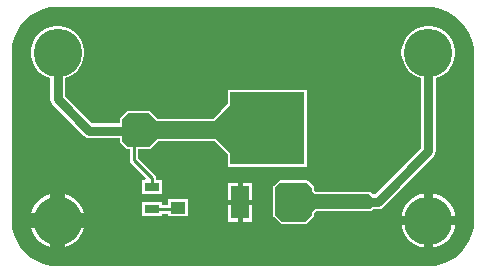
<source format=gtl>
G04*
G04 #@! TF.GenerationSoftware,Altium Limited,Altium Designer,22.3.1 (43)*
G04*
G04 Layer_Physical_Order=1*
G04 Layer_Color=255*
%FSLAX25Y25*%
%MOIN*%
G70*
G04*
G04 #@! TF.SameCoordinates,03762554-53E0-4DA3-B020-D50B0D98B1FC*
G04*
G04*
G04 #@! TF.FilePolarity,Positive*
G04*
G01*
G75*
%ADD13R,0.05118X0.03543*%
%ADD14R,0.05118X0.04331*%
%ADD15R,0.05118X0.03150*%
%ADD16R,0.24803X0.24016*%
%ADD17R,0.05906X0.11024*%
%ADD25C,0.01000*%
%ADD26C,0.03000*%
%ADD27C,0.00787*%
%ADD28C,0.16142*%
%ADD29C,0.02362*%
G36*
X125273Y71136D02*
X127748Y70542D01*
X130099Y69569D01*
X132269Y68239D01*
X134204Y66586D01*
X135857Y64651D01*
X137187Y62481D01*
X138161Y60130D01*
X138755Y57655D01*
X138947Y55217D01*
X138927Y55118D01*
Y253D01*
X138945Y161D01*
X138760Y-2185D01*
X138190Y-4563D01*
X137254Y-6822D01*
X135976Y-8907D01*
X134388Y-10766D01*
X132529Y-12354D01*
X130444Y-13632D01*
X128185Y-14568D01*
X125807Y-15138D01*
X123461Y-15323D01*
X123369Y-15305D01*
X79D01*
X-11Y-15323D01*
X-2332Y-15140D01*
X-4683Y-14576D01*
X-6916Y-13650D01*
X-8978Y-12387D01*
X-10817Y-10817D01*
X-12387Y-8978D01*
X-13650Y-6916D01*
X-14576Y-4683D01*
X-15140Y-2332D01*
X-15323Y-11D01*
X-15305Y79D01*
Y55986D01*
X-15323Y56075D01*
X-15141Y58386D01*
X-14578Y60728D01*
X-13657Y62953D01*
X-12398Y65007D01*
X-10834Y66838D01*
X-9003Y68402D01*
X-6949Y69661D01*
X-4724Y70582D01*
X-2383Y71145D01*
X-71Y71327D01*
X18Y71309D01*
X122736D01*
X122835Y71328D01*
X125273Y71136D01*
D02*
G37*
%LPC*%
G36*
X883Y64975D02*
X-883D01*
X-2617Y64630D01*
X-4249Y63954D01*
X-5719Y62972D01*
X-6968Y61722D01*
X-7950Y60253D01*
X-8626Y58621D01*
X-8971Y56888D01*
Y55120D01*
X-8626Y53387D01*
X-7950Y51755D01*
X-6968Y50285D01*
X-5719Y49036D01*
X-4249Y48054D01*
X-2617Y47378D01*
X-2447Y47344D01*
Y40551D01*
X-2261Y39615D01*
X-1730Y38821D01*
X8900Y28191D01*
X9693Y27661D01*
X10630Y27474D01*
X20841D01*
Y26476D01*
X20896Y26203D01*
X21050Y25972D01*
X23019Y24003D01*
X23250Y23848D01*
X23524Y23794D01*
X24065D01*
Y20079D01*
X24065Y20079D01*
X24173Y19533D01*
X24483Y19069D01*
X29466Y14086D01*
X29222Y13495D01*
X28139D01*
Y8946D01*
X34657D01*
Y13495D01*
X32825D01*
Y14173D01*
X32825Y14173D01*
X32716Y14719D01*
X32407Y15183D01*
X32407Y15183D01*
X26919Y20670D01*
Y23794D01*
X30413D01*
X30687Y23848D01*
X30918Y24003D01*
X33367Y26452D01*
X52460D01*
X56879Y22033D01*
Y18001D01*
X83082D01*
Y43417D01*
X56879D01*
Y39076D01*
X52317Y33785D01*
X33367Y33785D01*
X30721Y36430D01*
X30490Y36585D01*
X30217Y36639D01*
X23622D01*
X23349Y36585D01*
X23117Y36430D01*
X21050Y34363D01*
X20896Y34131D01*
X20841Y33858D01*
Y32368D01*
X11643D01*
X2447Y41565D01*
Y47344D01*
X2617Y47378D01*
X4249Y48054D01*
X5719Y49036D01*
X6968Y50285D01*
X7950Y51755D01*
X8626Y53387D01*
X8971Y55120D01*
Y56888D01*
X8626Y58621D01*
X7950Y60253D01*
X6968Y61722D01*
X5719Y62972D01*
X4249Y63954D01*
X2617Y64630D01*
X883Y64975D01*
D02*
G37*
G36*
X124506D02*
X122739D01*
X121005Y64630D01*
X119373Y63954D01*
X117903Y62972D01*
X116654Y61722D01*
X115672Y60253D01*
X114996Y58621D01*
X114651Y56888D01*
Y55120D01*
X114996Y53387D01*
X115672Y51755D01*
X116654Y50285D01*
X117903Y49036D01*
X119373Y48054D01*
X121005Y47378D01*
X121175Y47344D01*
Y24045D01*
X105817Y8687D01*
X105008D01*
X104332Y9363D01*
X104332Y9363D01*
X104101Y9518D01*
X103828Y9572D01*
X86122Y9572D01*
X85556Y10138D01*
Y10974D01*
X85502Y11248D01*
X85347Y11479D01*
X83692Y13135D01*
X83460Y13289D01*
X83187Y13344D01*
X74195D01*
X73922Y13289D01*
X73690Y13135D01*
X72133Y11577D01*
X71978Y11346D01*
X71924Y11073D01*
Y3100D01*
Y1821D01*
X71978Y1548D01*
X72133Y1316D01*
X74397Y-948D01*
X74628Y-1102D01*
X74902Y-1157D01*
X82579D01*
X82852Y-1102D01*
X83083Y-948D01*
X85347Y1316D01*
X85502Y1548D01*
X85556Y1821D01*
Y2559D01*
X86122Y3125D01*
X104232D01*
X104505Y3179D01*
X104737Y3334D01*
X105196Y3793D01*
X106831D01*
X107767Y3979D01*
X108561Y4510D01*
X125352Y21301D01*
X125883Y22095D01*
X126069Y23031D01*
Y47344D01*
X126239Y47378D01*
X127871Y48054D01*
X129341Y49036D01*
X130590Y50285D01*
X131572Y51755D01*
X132248Y53387D01*
X132593Y55120D01*
Y56888D01*
X132248Y58621D01*
X131572Y60253D01*
X130590Y61722D01*
X129341Y62972D01*
X127871Y63954D01*
X126239Y64630D01*
X124506Y64975D01*
D02*
G37*
G36*
X64878Y12614D02*
X61825D01*
Y7002D01*
X64878D01*
Y12614D01*
D02*
G37*
G36*
X60025D02*
X56972D01*
Y7002D01*
X60025D01*
Y12614D01*
D02*
G37*
G36*
X43318Y7196D02*
X36800D01*
Y5168D01*
X34657D01*
Y6015D01*
X28139D01*
Y1465D01*
X34657D01*
Y2313D01*
X36800D01*
Y1465D01*
X43318D01*
Y7196D01*
D02*
G37*
G36*
X2500Y8751D02*
Y2500D01*
X8751D01*
X8722Y2646D01*
X8038Y4297D01*
X7046Y5782D01*
X5782Y7046D01*
X4297Y8038D01*
X2646Y8722D01*
X2500Y8751D01*
D02*
G37*
G36*
X-2500D02*
X-2646Y8722D01*
X-4297Y8038D01*
X-5782Y7046D01*
X-7046Y5782D01*
X-8038Y4297D01*
X-8722Y2646D01*
X-8751Y2500D01*
X-2500D01*
Y8751D01*
D02*
G37*
G36*
X125122Y8950D02*
Y1500D01*
X132572D01*
X132344Y2646D01*
X131660Y4297D01*
X130668Y5782D01*
X129404Y7046D01*
X127919Y8038D01*
X126268Y8722D01*
X125122Y8950D01*
D02*
G37*
G36*
X122122D02*
X120976Y8722D01*
X119325Y8038D01*
X117840Y7046D01*
X116576Y5782D01*
X115584Y4297D01*
X114900Y2646D01*
X114672Y1500D01*
X122122D01*
Y8950D01*
D02*
G37*
G36*
X64878Y5202D02*
X61825D01*
Y-410D01*
X64878D01*
Y5202D01*
D02*
G37*
G36*
X60025D02*
X56972D01*
Y-410D01*
X60025D01*
Y5202D01*
D02*
G37*
G36*
X8751Y-2500D02*
X2500D01*
Y-8751D01*
X2646Y-8722D01*
X4297Y-8038D01*
X5782Y-7046D01*
X7046Y-5782D01*
X8038Y-4297D01*
X8722Y-2646D01*
X8751Y-2500D01*
D02*
G37*
G36*
X-2500D02*
X-8751D01*
X-8722Y-2646D01*
X-8038Y-4297D01*
X-7046Y-5782D01*
X-5782Y-7046D01*
X-4297Y-8038D01*
X-2646Y-8722D01*
X-2500Y-8751D01*
Y-2500D01*
D02*
G37*
G36*
X132572Y-1500D02*
X125122D01*
Y-8950D01*
X126268Y-8722D01*
X127919Y-8038D01*
X129404Y-7046D01*
X130668Y-5782D01*
X131660Y-4297D01*
X132344Y-2646D01*
X132572Y-1500D01*
D02*
G37*
G36*
X122122D02*
X114672D01*
X114900Y-2646D01*
X115584Y-4297D01*
X116576Y-5782D01*
X117840Y-7046D01*
X119325Y-8038D01*
X120976Y-8722D01*
X122122Y-8950D01*
Y-1500D01*
D02*
G37*
%LPD*%
G36*
X57677Y22244D02*
X52756Y27165D01*
X33071D01*
X30413Y24508D01*
X23524D01*
X21555Y26476D01*
Y33858D01*
X23622Y35925D01*
X30217D01*
X33071Y33071D01*
X52644Y33071D01*
X57677Y38909D01*
X57677Y22244D01*
D02*
G37*
G36*
X84842Y10974D02*
Y9843D01*
X85827Y8858D01*
X103828Y8858D01*
X105217Y7469D01*
X105217Y4823D01*
X104232Y3839D01*
X85827D01*
X84842Y2854D01*
Y1821D01*
X82579Y-443D01*
X74902D01*
X72638Y1821D01*
Y3100D01*
Y11073D01*
X74195Y12630D01*
X83187D01*
X84842Y10974D01*
D02*
G37*
D13*
X37279Y29673D02*
D03*
Y24555D02*
D03*
X46279D02*
D03*
Y29673D02*
D03*
X98787Y1122D02*
D03*
Y6240D02*
D03*
X90787Y6299D02*
D03*
Y1181D02*
D03*
D14*
X40059Y13386D02*
D03*
Y4331D02*
D03*
D15*
X31398Y3740D02*
D03*
Y11220D02*
D03*
D16*
X69980Y30709D02*
D03*
D17*
X79035Y6102D02*
D03*
X60925D02*
D03*
D25*
X25492Y20079D02*
Y26403D01*
X24705Y27190D02*
Y29921D01*
X25492Y20079D02*
X31398Y14173D01*
X24705Y27190D02*
X25492Y26403D01*
X31398Y3740D02*
X39469D01*
X31398Y11220D02*
Y14173D01*
D26*
X123622Y23031D02*
Y56004D01*
X106831Y6240D02*
X123622Y23031D01*
X103681Y6240D02*
X106831D01*
X0Y40551D02*
Y56004D01*
X24705Y29921D02*
X26673D01*
X10630D02*
X24705D01*
X98787Y6240D02*
X103681D01*
X0Y40551D02*
X10630Y29921D01*
D27*
X0Y0D02*
Y2067D01*
D28*
X123622Y56004D02*
D03*
X0D02*
D03*
X123622Y0D02*
D03*
X0D02*
D03*
D29*
X80315Y40748D02*
D03*
Y20669D02*
D03*
X59842D02*
D03*
Y40748D02*
D03*
X75197D02*
D03*
X70079D02*
D03*
X64961D02*
D03*
X75197Y20669D02*
D03*
X70079D02*
D03*
X64961D02*
D03*
X64961Y30709D02*
D03*
X64961Y25689D02*
D03*
X70079Y30709D02*
D03*
X70079Y25689D02*
D03*
X75197Y30709D02*
D03*
X75197Y25689D02*
D03*
X80315D02*
D03*
X-9547Y30315D02*
D03*
X-10728Y47638D02*
D03*
X-10335Y9449D02*
D03*
X2264Y14567D02*
D03*
X91634Y13780D02*
D03*
X100689Y64173D02*
D03*
X41240Y59449D02*
D03*
X38484Y67323D02*
D03*
X59350Y66535D02*
D03*
X70768Y66929D02*
D03*
X88090Y64173D02*
D03*
X107382Y57480D02*
D03*
X104232Y31496D02*
D03*
X113681Y28740D02*
D03*
X132579Y30709D02*
D03*
X132972Y43307D02*
D03*
X134547Y9055D02*
D03*
X96752Y-11024D02*
D03*
X110138Y-7480D02*
D03*
X117618Y-11811D02*
D03*
X106890Y-11417D02*
D03*
X86122Y-11024D02*
D03*
X46358Y-11811D02*
D03*
X62894Y-5118D02*
D03*
X74705Y-9843D02*
D03*
X58169D02*
D03*
X49902Y394D02*
D03*
X40846Y-7874D02*
D03*
X23917Y-4724D02*
D03*
X31890Y-11417D02*
D03*
X13287Y-9449D02*
D03*
X16043Y19685D02*
D03*
X20374Y11417D02*
D03*
X17224Y394D02*
D03*
X-492Y26772D02*
D03*
X-8760Y20866D02*
D03*
X-8366Y39370D02*
D03*
X25098Y62992D02*
D03*
X14075Y64567D02*
D03*
X16043Y54724D02*
D03*
X18012Y46063D02*
D03*
X9350Y41732D02*
D03*
X16043Y37402D02*
D03*
X46752Y64173D02*
D03*
X35335Y50000D02*
D03*
X31791Y62598D02*
D03*
X26673Y51181D02*
D03*
X34154Y41339D02*
D03*
X42815Y40157D02*
D03*
X45965Y51968D02*
D03*
X55413Y60630D02*
D03*
X67224Y61024D02*
D03*
X79823Y59842D02*
D03*
X93996Y52756D02*
D03*
X105020Y46850D02*
D03*
X97539Y24016D02*
D03*
X114469Y38189D02*
D03*
X109744Y20472D02*
D03*
X101476Y14173D02*
D03*
X96358Y38189D02*
D03*
X105413Y394D02*
D03*
X101476Y-4724D02*
D03*
X95965D02*
D03*
X90059Y-4331D02*
D03*
X78642Y-3543D02*
D03*
X74311Y-2756D02*
D03*
X84547Y-3543D02*
D03*
X68405Y787D02*
D03*
Y7874D02*
D03*
X53445Y10236D02*
D03*
X46752Y18504D02*
D03*
X37303Y19291D02*
D03*
X30610Y20472D02*
D03*
X124906Y15197D02*
D03*
X29823Y33071D02*
D03*
Y27559D02*
D03*
X103681Y6240D02*
D03*
X24705Y27559D02*
D03*
Y33366D02*
D03*
X75197Y35728D02*
D03*
X70079D02*
D03*
X64961D02*
D03*
X59842D02*
D03*
Y30709D02*
D03*
Y25689D02*
D03*
X80315Y30709D02*
D03*
Y35728D02*
D03*
M02*

</source>
